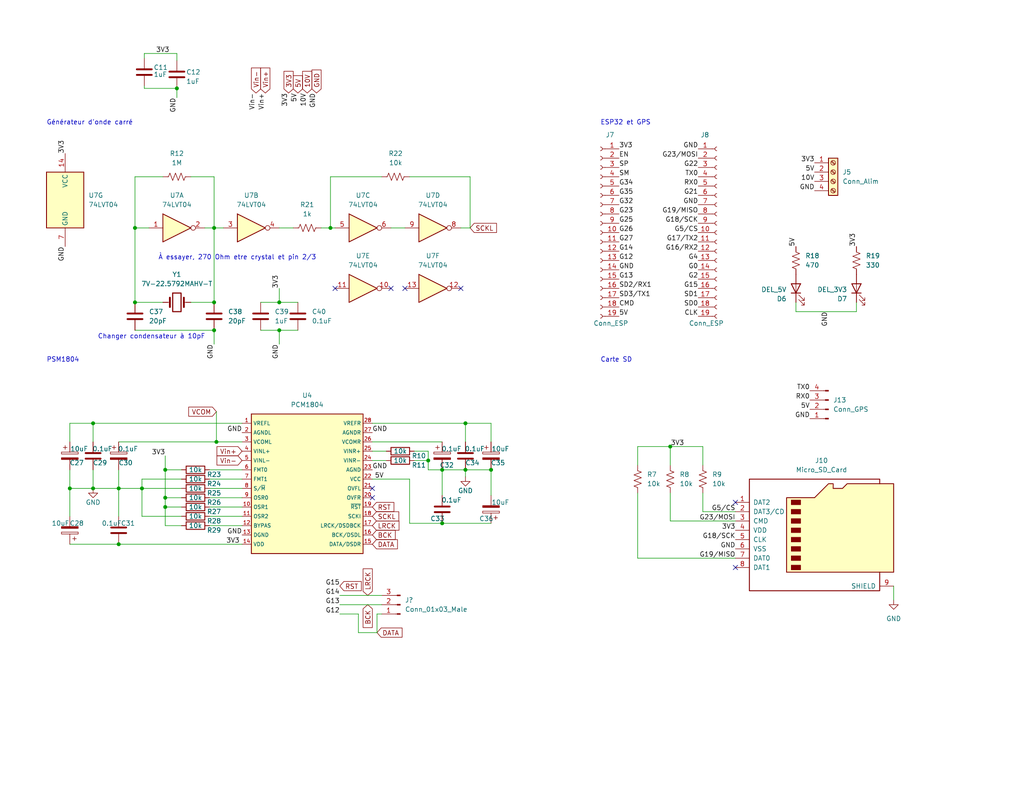
<source format=kicad_sch>
(kicad_sch (version 20211123) (generator eeschema)
  (paper "USLetter")
  (title_block (title "Ecou-Terre_PCB") (date "2023-01-23") (rev "v0") (company "CRIFA") (comment 1 "Eric Gingras") (comment 2 "Jacob Turcotte"))
  (lib_symbols
    (symbol "74xx:74HC04"
      (property "Reference" "U" (at 0 1.27 0))
      (property "Value" "74HC04" (at 0 -1.27 0))
      (symbol "74HC04_1_0"
        (polyline (pts (xy -3.81 3.81) (xy -3.81 -3.81) (xy 3.81 0) (xy -3.81 3.81)) (stroke (width 0.254)) (fill (type background)))
        (pin input line (at -7.62 0 0) (length 3.81) (name "~") (number "1"))
        (pin output inverted (at 7.62 0 180) (length 3.81) (name "~") (number "2"))
      )
      (symbol "74HC04_2_0"
        (polyline (pts (xy -3.81 3.81) (xy -3.81 -3.81) (xy 3.81 0) (xy -3.81 3.81)) (stroke (width 0.254)) (fill (type background)))
        (pin input line (at -7.62 0 0) (length 3.81) (name "~") (number "3"))
        (pin output inverted (at 7.62 0 180) (length 3.81) (name "~") (number "4"))
      )
      (symbol "74HC04_3_0"
        (polyline (pts (xy -3.81 3.81) (xy -3.81 -3.81) (xy 3.81 0) (xy -3.81 3.81)) (stroke (width 0.254)) (fill (type background)))
        (pin input line (at -7.62 0 0) (length 3.81) (name "~") (number "5"))
        (pin output inverted (at 7.62 0 180) (length 3.81) (name "~") (number "6"))
      )
      (symbol "74HC04_4_0"
        (polyline (pts (xy -3.81 3.81) (xy -3.81 -3.81) (xy 3.81 0) (xy -3.81 3.81)) (stroke (width 0.254)) (fill (type background)))
        (pin output inverted (at 7.62 0 180) (length 3.81) (name "~") (number "8"))
        (pin input line (at -7.62 0 0) (length 3.81) (name "~") (number "9"))
      )
      (symbol "74HC04_5_0"
        (polyline (pts (xy -3.81 3.81) (xy -3.81 -3.81) (xy 3.81 0) (xy -3.81 3.81)) (stroke (width 0.254)) (fill (type background)))
        (pin output inverted (at 7.62 0 180) (length 3.81) (name "~") (number "10"))
        (pin input line (at -7.62 0 0) (length 3.81) (name "~") (number "11"))
      )
      (symbol "74HC04_6_0"
        (polyline (pts (xy -3.81 3.81) (xy -3.81 -3.81) (xy 3.81 0) (xy -3.81 3.81)) (stroke (width 0.254)) (fill (type background)))
        (pin output inverted (at 7.62 0 180) (length 3.81) (name "~") (number "12"))
        (pin input line (at -7.62 0 0) (length 3.81) (name "~") (number "13"))
      )
      (symbol "74HC04_7_0"
        (pin power_in line (at 0 12.7 270) (length 5.08) (name "VCC") (number "14"))
        (pin power_in line (at 0 -12.7 90) (length 5.08) (name "GND") (number "7"))
      )
      (symbol "74HC04_7_1"
        (rectangle (start -5.08 7.62) (end 5.08 -7.62) (stroke (width 0.254)) (fill (type background)))
      )
    )
    (symbol "Connector:Conn_01x03_Male" (pin_names (offset 1.016) hide)
      (property "Reference" "J" (at 0 5.08 0))
      (property "Value" "Conn_01x03_Male" (at 0 -5.08 0))
      (symbol "Conn_01x03_Male_1_1"
        (polyline (pts (xy 1.27 -2.54) (xy 0.8636 -2.54)) (stroke (width 0.1524)))
        (polyline (pts (xy 1.27 0) (xy 0.8636 0)) (stroke (width 0.1524)))
        (polyline (pts (xy 1.27 2.54) (xy 0.8636 2.54)) (stroke (width 0.1524)))
        (rectangle (start 0.8636 -2.413) (end 0 -2.667) (stroke (width 0.1524)) (fill (type outline)))
        (rectangle (start 0.8636 0.127) (end 0 -0.127) (stroke (width 0.1524)) (fill (type outline)))
        (rectangle (start 0.8636 2.667) (end 0 2.413) (stroke (width 0.1524)) (fill (type outline)))
        (pin passive line (at 5.08 2.54 180) (length 3.81) (name "Pin_1") (number "1"))
        (pin passive line (at 5.08 0 180) (length 3.81) (name "Pin_2") (number "2"))
        (pin passive line (at 5.08 -2.54 180) (length 3.81) (name "Pin_3") (number "3"))
      )
    )
    (symbol "Connector:Conn_01x04_Male" (pin_names (offset 1.016) hide)
      (property "Reference" "J" (at 0 5.08 0))
      (property "Value" "Conn_01x04_Male" (at 0 -7.62 0))
      (symbol "Conn_01x04_Male_1_1"
        (polyline (pts (xy 1.27 -5.08) (xy 0.8636 -5.08)) (stroke (width 0.1524)))
        (polyline (pts (xy 1.27 -2.54) (xy 0.8636 -2.54)) (stroke (width 0.1524)))
        (polyline (pts (xy 1.27 0) (xy 0.8636 0)) (stroke (width 0.1524)))
        (polyline (pts (xy 1.27 2.54) (xy 0.8636 2.54)) (stroke (width 0.1524)))
        (rectangle (start 0.8636 -4.953) (end 0 -5.207) (stroke (width 0.1524)) (fill (type outline)))
        (rectangle (start 0.8636 -2.413) (end 0 -2.667) (stroke (width 0.1524)) (fill (type outline)))
        (rectangle (start 0.8636 0.127) (end 0 -0.127) (stroke (width 0.1524)) (fill (type outline)))
        (rectangle (start 0.8636 2.667) (end 0 2.413) (stroke (width 0.1524)) (fill (type outline)))
        (pin passive line (at 5.08 2.54 180) (length 3.81) (name "Pin_1") (number "1"))
        (pin passive line (at 5.08 0 180) (length 3.81) (name "Pin_2") (number "2"))
        (pin passive line (at 5.08 -2.54 180) (length 3.81) (name "Pin_3") (number "3"))
        (pin passive line (at 5.08 -5.08 180) (length 3.81) (name "Pin_4") (number "4"))
      )
    )
    (symbol "Connector:Conn_01x19_Female" (pin_names (offset 1.016) hide)
      (property "Reference" "J" (at 0 25.4 0))
      (property "Value" "Conn_01x19_Female" (at 0 -25.4 0))
      (symbol "Conn_01x19_Female_1_1"
        (arc (start 0 -22.352) (mid -0.508 -22.86) (end 0 -23.368) (stroke (width 0.1524)))
        (arc (start 0 -19.812) (mid -0.508 -20.32) (end 0 -20.828) (stroke (width 0.1524)))
        (arc (start 0 -17.272) (mid -0.508 -17.78) (end 0 -18.288) (stroke (width 0.1524)))
        (arc (start 0 -14.732) (mid -0.508 -15.24) (end 0 -15.748) (stroke (width 0.1524)))
        (arc (start 0 -12.192) (mid -0.508 -12.7) (end 0 -13.208) (stroke (width 0.1524)))
        (arc (start 0 -9.652) (mid -0.508 -10.16) (end 0 -10.668) (stroke (width 0.1524)))
        (arc (start 0 -7.112) (mid -0.508 -7.62) (end 0 -8.128) (stroke (width 0.1524)))
        (arc (start 0 -4.572) (mid -0.508 -5.08) (end 0 -5.588) (stroke (width 0.1524)))
        (arc (start 0 -2.032) (mid -0.508 -2.54) (end 0 -3.048) (stroke (width 0.1524)))
        (polyline (pts (xy -1.27 -22.86) (xy -0.508 -22.86)) (stroke (width 0.1524)))
        (polyline (pts (xy -1.27 -20.32) (xy -0.508 -20.32)) (stroke (width 0.1524)))
        (polyline (pts (xy -1.27 -17.78) (xy -0.508 -17.78)) (stroke (width 0.1524)))
        (polyline (pts (xy -1.27 -15.24) (xy -0.508 -15.24)) (stroke (width 0.1524)))
        (polyline (pts (xy -1.27 -12.7) (xy -0.508 -12.7)) (stroke (width 0.1524)))
        (polyline (pts (xy -1.27 -10.16) (xy -0.508 -10.16)) (stroke (width 0.1524)))
        (polyline (pts (xy -1.27 -7.62) (xy -0.508 -7.62)) (stroke (width 0.1524)))
        (polyline (pts (xy -1.27 -5.08) (xy -0.508 -5.08)) (stroke (width 0.1524)))
        (polyline (pts (xy -1.27 -2.54) (xy -0.508 -2.54)) (stroke (width 0.1524)))
        (polyline (pts (xy -1.27 0) (xy -0.508 0)) (stroke (width 0.1524)))
        (polyline (pts (xy -1.27 2.54) (xy -0.508 2.54)) (stroke (width 0.1524)))
        (polyline (pts (xy -1.27 5.08) (xy -0.508 5.08)) (stroke (width 0.1524)))
        (polyline (pts (xy -1.27 7.62) (xy -0.508 7.62)) (stroke (width 0.1524)))
        (polyline (pts (xy -1.27 10.16) (xy -0.508 10.16)) (stroke (width 0.1524)))
        (polyline (pts (xy -1.27 12.7) (xy -0.508 12.7)) (stroke (width 0.1524)))
        (polyline (pts (xy -1.27 15.24) (xy -0.508 15.24)) (stroke (width 0.1524)))
        (polyline (pts (xy -1.27 17.78) (xy -0.508 17.78)) (stroke (width 0.1524)))
        (polyline (pts (xy -1.27 20.32) (xy -0.508 20.32)) (stroke (width 0.1524)))
        (polyline (pts (xy -1.27 22.86) (xy -0.508 22.86)) (stroke (width 0.1524)))
        (arc (start 0 0.508) (mid -0.508 0) (end 0 -0.508) (stroke (width 0.1524)))
        (arc (start 0 3.048) (mid -0.508 2.54) (end 0 2.032) (stroke (width 0.1524)))
        (arc (start 0 5.588) (mid -0.508 5.08) (end 0 4.572) (stroke (width 0.1524)))
        (arc (start 0 8.128) (mid -0.508 7.62) (end 0 7.112) (stroke (width 0.1524)))
        (arc (start 0 10.668) (mid -0.508 10.16) (end 0 9.652) (stroke (width 0.1524)))
        (arc (start 0 13.208) (mid -0.508 12.7) (end 0 12.192) (stroke (width 0.1524)))
        (arc (start 0 15.748) (mid -0.508 15.24) (end 0 14.732) (stroke (width 0.1524)))
        (arc (start 0 18.288) (mid -0.508 17.78) (end 0 17.272) (stroke (width 0.1524)))
        (arc (start 0 20.828) (mid -0.508 20.32) (end 0 19.812) (stroke (width 0.1524)))
        (arc (start 0 23.368) (mid -0.508 22.86) (end 0 22.352) (stroke (width 0.1524)))
        (pin passive line (at -5.08 22.86 0) (length 3.81) (name "Pin_1") (number "1"))
        (pin passive line (at -5.08 0 0) (length 3.81) (name "Pin_10") (number "10"))
        (pin passive line (at -5.08 -2.54 0) (length 3.81) (name "Pin_11") (number "11"))
        (pin passive line (at -5.08 -5.08 0) (length 3.81) (name "Pin_12") (number "12"))
        (pin passive line (at -5.08 -7.62 0) (length 3.81) (name "Pin_13") (number "13"))
        (pin passive line (at -5.08 -10.16 0) (length 3.81) (name "Pin_14") (number "14"))
        (pin passive line (at -5.08 -12.7 0) (length 3.81) (name "Pin_15") (number "15"))
        (pin passive line (at -5.08 -15.24 0) (length 3.81) (name "Pin_16") (number "16"))
        (pin passive line (at -5.08 -17.78 0) (length 3.81) (name "Pin_17") (number "17"))
        (pin passive line (at -5.08 -20.32 0) (length 3.81) (name "Pin_18") (number "18"))
        (pin passive line (at -5.08 -22.86 0) (length 3.81) (name "Pin_19") (number "19"))
        (pin passive line (at -5.08 20.32 0) (length 3.81) (name "Pin_2") (number "2"))
        (pin passive line (at -5.08 17.78 0) (length 3.81) (name "Pin_3") (number "3"))
        (pin passive line (at -5.08 15.24 0) (length 3.81) (name "Pin_4") (number "4"))
        (pin passive line (at -5.08 12.7 0) (length 3.81) (name "Pin_5") (number "5"))
        (pin passive line (at -5.08 10.16 0) (length 3.81) (name "Pin_6") (number "6"))
        (pin passive line (at -5.08 7.62 0) (length 3.81) (name "Pin_7") (number "7"))
        (pin passive line (at -5.08 5.08 0) (length 3.81) (name "Pin_8") (number "8"))
        (pin passive line (at -5.08 2.54 0) (length 3.81) (name "Pin_9") (number "9"))
      )
    )
    (symbol "Connector:Micro_SD_Card" (pin_names (offset 1.016))
      (property "Reference" "J10" (at 0.635 19.05 0))
      (property "Value" "Micro_SD_Card" (at 0.635 16.51 0))
      (symbol "Micro_SD_Card_0_1"
        (rectangle (start -7.62 -9.525) (end -5.08 -10.795) (fill (type outline)))
        (rectangle (start -7.62 -6.985) (end -5.08 -8.255) (fill (type outline)))
        (rectangle (start -7.62 -4.445) (end -5.08 -5.715) (fill (type outline)))
        (rectangle (start -7.62 -1.905) (end -5.08 -3.175) (fill (type outline)))
        (rectangle (start -7.62 0.635) (end -5.08 -0.635) (fill (type outline)))
        (rectangle (start -7.62 3.175) (end -5.08 1.905) (fill (type outline)))
        (rectangle (start -7.62 5.715) (end -5.08 4.445) (fill (type outline)))
        (rectangle (start -7.62 8.255) (end -5.08 6.985) (fill (type outline)))
        (polyline (pts (xy 16.51 12.7) (xy 16.51 13.97) (xy -19.05 13.97) (xy -19.05 -16.51) (xy 16.51 -16.51) (xy 16.51 -11.43)) (stroke (width 0.254)))
        (polyline (pts (xy -8.89 -11.43) (xy -8.89 8.89) (xy -1.27 8.89) (xy 2.54 12.7) (xy 3.81 12.7) (xy 3.81 11.43) (xy 6.35 11.43) (xy 7.62 12.7) (xy 20.32 12.7) (xy 20.32 -11.43) (xy -8.89 -11.43)) (stroke (width 0.254)) (fill (type background)))
      )
      (symbol "Micro_SD_Card_1_1"
        (pin bidirectional line (at -22.86 7.62 0) (length 3.81) (name "DAT2") (number "1"))
        (pin bidirectional line (at -22.86 5.08 0) (length 3.81) (name "DAT3/CD") (number "2"))
        (pin input line (at -22.86 2.54 0) (length 3.81) (name "CMD") (number "3"))
        (pin power_in line (at -22.86 0 0) (length 3.81) (name "VDD") (number "4"))
        (pin input line (at -22.86 -2.54 0) (length 3.81) (name "CLK") (number "5"))
        (pin input line (at -22.86 -5.08 0) (length 3.81) (name "VSS") (number "6"))
        (pin bidirectional line (at -22.86 -7.62 0) (length 3.81) (name "DAT0") (number "7"))
        (pin bidirectional line (at -22.86 -10.16 0) (length 3.81) (name "DAT1") (number "8"))
        (pin passive line (at 20.32 -15.24 180) (length 3.81) (name "SHIELD") (number "9"))
      )
    )
    (symbol "Connector:Screw_Terminal_01x04" (pin_names (offset 1.016) hide)
      (property "Reference" "J" (at 0 5.08 0))
      (property "Value" "Screw_Terminal_01x04" (at 0 -7.62 0))
      (symbol "Screw_Terminal_01x04_1_1"
        (rectangle (start -1.27 3.81) (end 1.27 -6.35) (stroke (width 0.254)) (fill (type background)))
        (circle (center 0 -5.08) (radius 0.635) (stroke (width 0.1524)))
        (circle (center 0 -2.54) (radius 0.635) (stroke (width 0.1524)))
        (polyline (pts (xy -0.5334 -4.7498) (xy 0.3302 -5.588)) (stroke (width 0.1524)))
        (polyline (pts (xy -0.5334 -2.2098) (xy 0.3302 -3.048)) (stroke (width 0.1524)))
        (polyline (pts (xy -0.5334 0.3302) (xy 0.3302 -0.508)) (stroke (width 0.1524)))
        (polyline (pts (xy -0.5334 2.8702) (xy 0.3302 2.032)) (stroke (width 0.1524)))
        (polyline (pts (xy -0.3556 -4.572) (xy 0.508 -5.4102)) (stroke (width 0.1524)))
        (polyline (pts (xy -0.3556 -2.032) (xy 0.508 -2.8702)) (stroke (width 0.1524)))
        (polyline (pts (xy -0.3556 0.508) (xy 0.508 -0.3302)) (stroke (width 0.1524)))
        (polyline (pts (xy -0.3556 3.048) (xy 0.508 2.2098)) (stroke (width 0.1524)))
        (circle (center 0 0) (radius 0.635) (stroke (width 0.1524)))
        (circle (center 0 2.54) (radius 0.635) (stroke (width 0.1524)))
        (pin passive line (at -5.08 2.54 0) (length 3.81) (name "Pin_1") (number "1"))
        (pin passive line (at -5.08 0 0) (length 3.81) (name "Pin_2") (number "2"))
        (pin passive line (at -5.08 -2.54 0) (length 3.81) (name "Pin_3") (number "3"))
        (pin passive line (at -5.08 -5.08 0) (length 3.81) (name "Pin_4") (number "4"))
      )
    )
    (symbol "Device:C" (pin_numbers hide) (pin_names (offset 0.254))
      (property "Reference" "C" (at 0.635 2.54 0))
      (property "Value" "C" (at 0.635 -2.54 0))
      (symbol "C_0_1"
        (polyline (pts (xy -2.032 -0.762) (xy 2.032 -0.762)) (stroke (width 0.508)))
        (polyline (pts (xy -2.032 0.762) (xy 2.032 0.762)) (stroke (width 0.508)))
      )
      (symbol "C_1_1"
        (pin passive line (at 0 3.81 270) (length 2.794) (name "~") (number "1"))
        (pin passive line (at 0 -3.81 90) (length 2.794) (name "~") (number "2"))
      )
    )
    (symbol "Device:C_Polarized" (pin_numbers hide) (pin_names (offset 0.254))
      (property "Reference" "C" (at 0.635 2.54 0))
      (property "Value" "C_Polarized" (at 0.635 -2.54 0))
      (symbol "C_Polarized_0_1"
        (rectangle (start -2.286 0.508) (end 2.286 1.016))
        (polyline (pts (xy -1.778 2.286) (xy -0.762 2.286)))
        (polyline (pts (xy -1.27 2.794) (xy -1.27 1.778)))
        (rectangle (start 2.286 -0.508) (end -2.286 -1.016) (fill (type outline)))
      )
      (symbol "C_Polarized_1_1"
        (pin passive line (at 0 3.81 270) (length 2.794) (name "~") (number "1"))
        (pin passive line (at 0 -3.81 90) (length 2.794) (name "~") (number "2"))
      )
    )
    (symbol "Device:Crystal" (pin_numbers hide) (pin_names (offset 1.016) hide)
      (property "Reference" "Y" (at 0 3.81 0))
      (property "Value" "Crystal" (at 0 -3.81 0))
      (symbol "Crystal_0_1"
        (rectangle (start -1.143 2.54) (end 1.143 -2.54) (stroke (width 0.3048)))
        (polyline (pts (xy -2.54 0) (xy -1.905 0)))
        (polyline (pts (xy -1.905 -1.27) (xy -1.905 1.27)) (stroke (width 0.508)))
        (polyline (pts (xy 1.905 -1.27) (xy 1.905 1.27)) (stroke (width 0.508)))
        (polyline (pts (xy 2.54 0) (xy 1.905 0)))
      )
      (symbol "Crystal_1_1"
        (pin passive line (at -3.81 0 0) (length 1.27) (name "1") (number "1"))
        (pin passive line (at 3.81 0 180) (length 1.27) (name "2") (number "2"))
      )
    )
    (symbol "Device:LED" (pin_numbers hide) (pin_names (offset 1.016) hide)
      (property "Reference" "D" (at 0 2.54 0))
      (property "Value" "LED" (at 0 -2.54 0))
      (symbol "LED_0_1"
        (polyline (pts (xy -1.27 -1.27) (xy -1.27 1.27)) (stroke (width 0.254)))
        (polyline (pts (xy -1.27 0) (xy 1.27 0)))
        (polyline (pts (xy 1.27 -1.27) (xy 1.27 1.27) (xy -1.27 0) (xy 1.27 -1.27)) (stroke (width 0.254)))
        (polyline (pts (xy -3.048 -0.762) (xy -4.572 -2.286) (xy -3.81 -2.286) (xy -4.572 -2.286) (xy -4.572 -1.524)))
        (polyline (pts (xy -1.778 -0.762) (xy -3.302 -2.286) (xy -2.54 -2.286) (xy -3.302 -2.286) (xy -3.302 -1.524)))
      )
      (symbol "LED_1_1"
        (pin passive line (at -3.81 0 0) (length 2.54) (name "K") (number "1"))
        (pin passive line (at 3.81 0 180) (length 2.54) (name "A") (number "2"))
      )
    )
    (symbol "Device:R" (pin_numbers hide) (pin_names (offset 0))
      (property "Reference" "R" (at 2.032 0 90))
      (property "Value" "R" (at 0 0 90))
      (symbol "R_0_1"
        (rectangle (start -1.016 -2.54) (end 1.016 2.54) (stroke (width 0.254)))
      )
      (symbol "R_1_1"
        (pin passive line (at 0 3.81 270) (length 1.27) (name "~") (number "1"))
        (pin passive line (at 0 -3.81 90) (length 1.27) (name "~") (number "2"))
      )
    )
    (symbol "Device:R_US" (pin_numbers hide) (pin_names (offset 0))
      (property "Reference" "R" (at 2.54 0 90))
      (property "Value" "R_US" (at -2.54 0 90))
      (symbol "R_US_0_1"
        (polyline (pts (xy 0 -2.286) (xy 0 -2.54)))
        (polyline (pts (xy 0 2.286) (xy 0 2.54)))
        (polyline (pts (xy 0 -0.762) (xy 1.016 -1.143) (xy 0 -1.524) (xy -1.016 -1.905) (xy 0 -2.286)))
        (polyline (pts (xy 0 0.762) (xy 1.016 0.381) (xy 0 0) (xy -1.016 -0.381) (xy 0 -0.762)))
        (polyline (pts (xy 0 2.286) (xy 1.016 1.905) (xy 0 1.524) (xy -1.016 1.143) (xy 0 0.762)))
      )
      (symbol "R_US_1_1"
        (pin passive line (at 0 3.81 270) (length 1.27) (name "~") (number "1"))
        (pin passive line (at 0 -3.81 90) (length 1.27) (name "~") (number "2"))
      )
    )
    (symbol "PCM1804:PCM1804"
      (property "Reference" "U" (at 0 0 0))
      (property "Value" "PCM1804" (at 0 -40.64 0))
      (symbol "PCM1804_0_0"
        (rectangle (start -15.24 -39.37) (end 15.24 -1.27) (stroke (width 0.254)) (fill (type background)))
        (pin input line (at -17.78 -3.81 0) (length 2.54) (name "VREFL") (number "1"))
        (pin input line (at -17.78 -26.67 0) (length 2.54) (name "OSR1") (number "10"))
        (pin input line (at -17.78 -29.21 0) (length 2.54) (name "OSR2") (number "11"))
        (pin input line (at -17.78 -31.75 0) (length 2.54) (name "BYPAS") (number "12"))
        (pin input line (at -17.78 -34.29 0) (length 2.54) (name "DGND") (number "13"))
        (pin input line (at -17.78 -36.83 0) (length 2.54) (name "VDD") (number "14"))
        (pin output line (at 17.78 -36.83 180) (length 2.54) (name "DATA/DSDR") (number "15"))
        (pin bidirectional line (at 17.78 -34.29 180) (length 2.54) (name "BCK/DSDL") (number "16"))
        (pin bidirectional line (at 17.78 -31.75 180) (length 2.54) (name "LRCK/DSDBCK") (number "17"))
        (pin input line (at 17.78 -29.21 180) (length 2.54) (name "SCKI") (number "18"))
        (pin input line (at 17.78 -26.67 180) (length 2.54) (name "~{RST}") (number "19"))
        (pin input line (at -17.78 -6.35 0) (length 2.54) (name "AGNDL") (number "2"))
        (pin output line (at 17.78 -24.13 180) (length 2.54) (name "OVFR") (number "20"))
        (pin output line (at 17.78 -21.59 180) (length 2.54) (name "OVFL") (number "21"))
        (pin input line (at 17.78 -19.05 180) (length 2.54) (name "VCC") (number "22"))
        (pin input line (at 17.78 -16.51 180) (length 2.54) (name "AGND") (number "23"))
        (pin input line (at 17.78 -13.97 180) (length 2.54) (name "VINR-") (number "24"))
        (pin input line (at 17.78 -11.43 180) (length 2.54) (name "VINR+") (number "25"))
        (pin input line (at 17.78 -8.89 180) (length 2.54) (name "VCOMR") (number "26"))
        (pin input line (at 17.78 -6.35 180) (length 2.54) (name "AGNDR") (number "27"))
        (pin input line (at 17.78 -3.81 180) (length 2.54) (name "VREFR") (number "28"))
        (pin input line (at -17.78 -8.89 0) (length 2.54) (name "VCOML") (number "3"))
        (pin input line (at -17.78 -11.43 0) (length 2.54) (name "VINL+") (number "4"))
        (pin input line (at -17.78 -13.97 0) (length 2.54) (name "VINL-") (number "5"))
        (pin input line (at -17.78 -16.51 0) (length 2.54) (name "FMT0") (number "6"))
        (pin input line (at -17.78 -19.05 0) (length 2.54) (name "FMT1") (number "7"))
        (pin input line (at -17.78 -21.59 0) (length 2.54) (name "S/~{M}") (number "8"))
        (pin input line (at -17.78 -24.13 0) (length 2.54) (name "OSR0") (number "9"))
      )
    )
    (symbol "power:GND" (power) (pin_names (offset 0))
      (property "Value" "GND" (at 0 -3.81 0))
      (symbol "GND_0_1"
        (polyline (pts (xy 0 0) (xy 0 -1.27) (xy 1.27 -1.27) (xy 0 -2.54) (xy -1.27 -1.27) (xy 0 -1.27)))
      )
      (symbol "GND_1_1"
        (pin power_in line (at 0 0 270) (length 0) hide (name "GND") (number "1"))
      )
    )
  )
  (junction (at 38.735 133.35))
  (junction (at 76.2 90.17))
  (junction (at 120.65 128.27))
  (junction (at 45.085 135.89))
  (junction (at 48.26 24.13))
  (junction (at 45.085 128.27))
  (junction (at 58.42 82.55))
  (junction (at 58.42 90.17))
  (junction (at 90.17 62.23))
  (junction (at 133.985 128.27))
  (junction (at 127 115.57))
  (junction (at 120.65 142.875))
  (junction (at 182.88 121.92))
  (junction (at 58.42 62.23))
  (junction (at 36.83 82.55))
  (junction (at 36.83 62.23))
  (junction (at 32.385 148.59))
  (junction (at 59.055 120.65))
  (junction (at 19.05 133.35))
  (junction (at 25.4 115.57))
  (junction (at 25.4 133.35))
  (junction (at 116.84 125.73))
  (junction (at 76.2 82.55))
  (junction (at 32.385 133.35))
  (junction (at 45.085 138.43))
  (junction (at 127 128.27))
  (no_connect (at 200.66 137.16))
  (no_connect (at 200.66 154.94))
  (no_connect (at 101.6 133.35))
  (no_connect (at 91.44 78.74))
  (no_connect (at 106.68 78.74))
  (no_connect (at 125.73 78.74))
  (no_connect (at 110.49 78.74))
  (no_connect (at 101.6 135.89))
  (wire (pts (xy 45.085 138.43) (xy 45.085 143.51)))
  (wire (pts (xy 128.27 48.26) (xy 128.27 62.23)))
  (wire (pts (xy 48.26 14.605) (xy 48.26 16.51)))
  (wire (pts (xy 32.385 128.27) (xy 32.385 133.35)))
  (wire (pts (xy 44.45 48.26) (xy 36.83 48.26)))
  (wire (pts (xy 97.79 172.72) (xy 102.87 172.72)))
  (wire (pts (xy 191.77 127) (xy 191.77 121.92)))
  (wire (pts (xy 39.37 14.605) (xy 39.37 15.875)))
  (wire (pts (xy 120.65 128.27) (xy 116.84 128.27)))
  (wire (pts (xy 32.385 133.35) (xy 25.4 133.35)))
  (wire (pts (xy 120.65 142.875) (xy 133.985 142.875)))
  (wire (pts (xy 57.15 140.97) (xy 66.04 140.97)))
  (wire (pts (xy 102.87 172.72) (xy 102.87 167.64)))
  (wire (pts (xy 45.085 128.27) (xy 49.53 128.27)))
  (wire (pts (xy 55.88 62.23) (xy 58.42 62.23)))
  (wire (pts (xy 233.68 82.55) (xy 233.68 85.09)))
  (wire (pts (xy 101.6 115.57) (xy 127 115.57)))
  (wire (pts (xy 90.17 62.23) (xy 91.44 62.23)))
  (wire (pts (xy 120.65 128.27) (xy 127 128.27)))
  (wire (pts (xy 32.385 120.65) (xy 59.055 120.65)))
  (wire (pts (xy 102.87 167.64) (xy 104.14 167.64)))
  (wire (pts (xy 133.985 128.27) (xy 133.985 135.255)))
  (wire (pts (xy 19.05 148.59) (xy 32.385 148.59)))
  (wire (pts (xy 101.6 130.81) (xy 111.76 130.81)))
  (wire (pts (xy 200.66 152.4) (xy 173.99 152.4)))
  (wire (pts (xy 45.085 143.51) (xy 49.53 143.51)))
  (wire (pts (xy 45.085 135.89) (xy 49.53 135.89)))
  (wire (pts (xy 57.15 128.27) (xy 66.04 128.27)))
  (wire (pts (xy 32.385 133.35) (xy 32.385 140.97)))
  (wire (pts (xy 101.6 120.65) (xy 120.65 120.65)))
  (wire (pts (xy 25.4 115.57) (xy 25.4 120.65)))
  (wire (pts (xy 57.15 138.43) (xy 66.04 138.43)))
  (wire (pts (xy 38.735 140.97) (xy 49.53 140.97)))
  (wire (pts (xy 25.4 128.27) (xy 25.4 133.35)))
  (wire (pts (xy 101.6 123.19) (xy 105.41 123.19)))
  (wire (pts (xy 182.88 127) (xy 182.88 121.92)))
  (wire (pts (xy 19.05 120.65) (xy 19.05 115.57)))
  (wire (pts (xy 128.27 62.23) (xy 125.73 62.23)))
  (wire (pts (xy 133.985 115.57) (xy 127 115.57)))
  (wire (pts (xy 71.12 90.17) (xy 76.2 90.17)))
  (wire (pts (xy 76.2 82.55) (xy 81.28 82.55)))
  (wire (pts (xy 19.05 128.27) (xy 19.05 133.35)))
  (wire (pts (xy 45.085 138.43) (xy 49.53 138.43)))
  (wire (pts (xy 32.385 148.59) (xy 66.04 148.59)))
  (wire (pts (xy 57.15 130.81) (xy 66.04 130.81)))
  (wire (pts (xy 90.17 48.26) (xy 90.17 62.23)))
  (wire (pts (xy 52.07 82.55) (xy 58.42 82.55)))
  (wire (pts (xy 116.84 123.19) (xy 116.84 125.73)))
  (wire (pts (xy 173.99 152.4) (xy 173.99 134.62)))
  (wire (pts (xy 38.735 133.35) (xy 32.385 133.35)))
  (wire (pts (xy 133.985 120.65) (xy 133.985 115.57)))
  (wire (pts (xy 52.07 48.26) (xy 58.42 48.26)))
  (wire (pts (xy 92.71 167.64) (xy 97.79 167.64)))
  (wire (pts (xy 111.76 142.875) (xy 120.65 142.875)))
  (wire (pts (xy 36.83 48.26) (xy 36.83 62.23)))
  (wire (pts (xy 39.37 14.605) (xy 48.26 14.605)))
  (wire (pts (xy 127 128.27) (xy 127 130.175)))
  (wire (pts (xy 45.085 128.27) (xy 45.085 135.89)))
  (wire (pts (xy 173.99 127) (xy 173.99 121.92)))
  (wire (pts (xy 60.96 62.23) (xy 58.42 62.23)))
  (wire (pts (xy 36.83 62.23) (xy 36.83 82.55)))
  (wire (pts (xy 57.15 143.51) (xy 66.04 143.51)))
  (wire (pts (xy 120.65 128.27) (xy 120.65 135.255)))
  (wire (pts (xy 45.085 135.89) (xy 45.085 138.43)))
  (wire (pts (xy 76.2 90.17) (xy 81.28 90.17)))
  (wire (pts (xy 76.2 78.74) (xy 76.2 82.55)))
  (wire (pts (xy 191.77 139.7) (xy 191.77 134.62)))
  (wire (pts (xy 92.71 165.1) (xy 104.14 165.1)))
  (wire (pts (xy 58.42 93.98) (xy 58.42 90.17)))
  (wire (pts (xy 39.37 23.495) (xy 39.37 24.13)))
  (wire (pts (xy 106.68 62.23) (xy 110.49 62.23)))
  (wire (pts (xy 38.735 130.81) (xy 38.735 133.35)))
  (wire (pts (xy 76.2 62.23) (xy 80.01 62.23)))
  (wire (pts (xy 57.15 135.89) (xy 66.04 135.89)))
  (wire (pts (xy 127 128.27) (xy 133.985 128.27)))
  (wire (pts (xy 66.04 115.57) (xy 25.4 115.57)))
  (wire (pts (xy 36.83 90.17) (xy 58.42 90.17)))
  (wire (pts (xy 127 115.57) (xy 127 120.65)))
  (wire (pts (xy 217.17 85.09) (xy 233.68 85.09)))
  (wire (pts (xy 58.42 62.23) (xy 58.42 82.55)))
  (wire (pts (xy 45.085 124.46) (xy 45.085 128.27)))
  (wire (pts (xy 39.37 24.13) (xy 48.26 24.13)))
  (wire (pts (xy 97.79 167.64) (xy 97.79 172.72)))
  (wire (pts (xy 40.64 62.23) (xy 36.83 62.23)))
  (wire (pts (xy 48.26 26.67) (xy 48.26 24.13)))
  (wire (pts (xy 111.76 48.26) (xy 128.27 48.26)))
  (wire (pts (xy 116.84 128.27) (xy 116.84 125.73)))
  (wire (pts (xy 87.63 62.23) (xy 90.17 62.23)))
  (wire (pts (xy 19.05 115.57) (xy 25.4 115.57)))
  (wire (pts (xy 92.71 162.56) (xy 104.14 162.56)))
  (wire (pts (xy 173.99 121.92) (xy 182.88 121.92)))
  (wire (pts (xy 76.2 93.98) (xy 76.2 90.17)))
  (wire (pts (xy 182.88 134.62) (xy 182.88 142.24)))
  (wire (pts (xy 44.45 82.55) (xy 36.83 82.55)))
  (wire (pts (xy 243.84 160.02) (xy 243.84 163.83)))
  (wire (pts (xy 38.735 130.81) (xy 49.53 130.81)))
  (wire (pts (xy 113.03 123.19) (xy 116.84 123.19)))
  (wire (pts (xy 182.88 121.92) (xy 191.77 121.92)))
  (wire (pts (xy 104.14 48.26) (xy 90.17 48.26)))
  (wire (pts (xy 19.05 133.35) (xy 19.05 140.97)))
  (wire (pts (xy 57.15 133.35) (xy 66.04 133.35)))
  (wire (pts (xy 101.6 125.73) (xy 105.41 125.73)))
  (wire (pts (xy 182.88 142.24) (xy 200.66 142.24)))
  (wire (pts (xy 59.055 120.65) (xy 59.055 112.395)))
  (wire (pts (xy 38.735 133.35) (xy 38.735 140.97)))
  (wire (pts (xy 58.42 48.26) (xy 58.42 62.23)))
  (wire (pts (xy 200.66 139.7) (xy 191.77 139.7)))
  (wire (pts (xy 217.17 82.55) (xy 217.17 85.09)))
  (wire (pts (xy 111.76 130.81) (xy 111.76 142.875)))
  (wire (pts (xy 38.735 133.35) (xy 49.53 133.35)))
  (wire (pts (xy 59.055 120.65) (xy 66.04 120.65)))
  (wire (pts (xy 19.05 133.35) (xy 25.4 133.35)))
  (wire (pts (xy 113.03 125.73) (xy 116.84 125.73)))
  (wire (pts (xy 71.12 82.55) (xy 76.2 82.55)))
  (text "ESP32 et GPS\n" (at 163.83 34.29 0) (effects (font (size 1.27 1.27)) (justify left bottom)))
  (text "Changer condensateur à 10pF" (at 26.67 92.71 0) (effects (font (size 1.27 1.27)) (justify left bottom)))
  (text "Générateur d'onde carré\n" (at 12.7 34.29 0) (effects (font (size 1.27 1.27)) (justify left bottom)))
  (text "PSM1804" (at 12.7 99.06 0) (effects (font (size 1.27 1.27)) (justify left bottom)))
  (text "À essayer, 270 Ohm etre crystal et pin 2/3" (at 43.18 71.12 0) (effects (font (size 1.27 1.27)) (justify left bottom)))
  (text "Carte SD\n" (at 163.83 99.06 0) (effects (font (size 1.27 1.27)) (justify left bottom)))
  (label "SD0" (at 190.5 83.82 180))
  (label "G27" (at 168.91 66.04 0))
  (label "SM" (at 168.91 48.26 0))
  (label "Vin-" (at 69.85 25.4 270))
  (label "GND" (at 86.36 25.4 270))
  (label "Vin+" (at 72.39 25.4 270))
  (label "GND" (at 48.26 26.67 270))
  (label "GND" (at 58.42 93.98 270))
  (label "GND" (at 226.06 85.09 270))
  (label "CLK" (at 190.5 86.36 180))
  (label "G2" (at 190.5 76.2 180))
  (label "3V3" (at 186.69 121.92 180))
  (label "SD2{slash}RX1" (at 168.91 78.74 0))
  (label "3V3" (at 65.405 148.59 180))
  (label "EN" (at 168.91 43.18 0))
  (label "G22" (at 190.5 45.72 180))
  (label "3V3" (at 222.25 44.45 180))
  (label "3V3" (at 200.66 144.78 180))
  (label "SP" (at 168.91 45.72 0))
  (label "TX0" (at 190.5 48.26 180))
  (label "3V3" (at 78.74 25.4 270))
  (label "G15" (at 92.71 160.02 180))
  (label "G23{slash}MOSI" (at 200.66 142.24 180))
  (label "GND" (at 101.6 118.11 0))
  (label "GND" (at 190.5 55.88 180))
  (label "GND" (at 17.78 67.31 270))
  (label "CMD" (at 168.91 83.82 0))
  (label "5V" (at 102.235 130.81 0))
  (label "G14" (at 168.91 68.58 0))
  (label "TX0" (at 220.98 106.68 180))
  (label "5V" (at 217.17 67.31 90))
  (label "G18{slash}SCK" (at 190.5 60.96 180))
  (label "G13" (at 168.91 76.2 0))
  (label "G26" (at 168.91 63.5 0))
  (label "G5{slash}CS" (at 190.5 63.5 180))
  (label "GND" (at 66.04 146.05 180))
  (label "G19{slash}MISO" (at 190.5 58.42 180))
  (label "G17{slash}TX2" (at 190.5 66.04 180))
  (label "G21" (at 190.5 53.34 180))
  (label "5V" (at 168.91 86.36 0))
  (label "G25" (at 168.91 60.96 0))
  (label "3V3" (at 76.2 78.74 90))
  (label "G12" (at 168.91 71.12 0))
  (label "G5{slash}CS" (at 200.66 139.7 180))
  (label "GND" (at 222.25 52.07 180))
  (label "G18{slash}SCK" (at 200.66 147.32 180))
  (label "SD1" (at 190.5 81.28 180))
  (label "3V3" (at 45.085 124.46 180))
  (label "GND" (at 76.2 93.98 270))
  (label "G12" (at 92.71 167.64 180))
  (label "G19{slash}MISO" (at 200.66 152.4 180))
  (label "G35" (at 168.91 53.34 0))
  (label "3V3" (at 233.68 67.31 90))
  (label "GND" (at 101.6 128.27 0))
  (label "G14" (at 92.71 162.56 180))
  (label "10V" (at 222.25 49.53 180))
  (label "5V" (at 81.28 25.4 270))
  (label "3V3" (at 168.91 40.64 0))
  (label "RX0" (at 190.5 50.8 180))
  (label "5V" (at 220.98 111.76 180))
  (label "G16{slash}RX2" (at 190.5 68.58 180))
  (label "10V" (at 83.82 25.4 270))
  (label "GND" (at 66.04 118.11 180))
  (label "GND" (at 220.98 114.3 180))
  (label "G34" (at 168.91 50.8 0))
  (label "G23{slash}MOSI" (at 190.5 43.18 180))
  (label "GND" (at 168.91 73.66 0))
  (label "5V" (at 222.25 46.99 180))
  (label "G15" (at 190.5 78.74 180))
  (label "RX0" (at 220.98 109.22 180))
  (label "G0" (at 190.5 73.66 180))
  (label "G4" (at 190.5 71.12 180))
  (label "SD3{slash}TX1" (at 168.91 81.28 0))
  (label "3V3" (at 42.545 14.605 0))
  (label "3V3" (at 17.78 41.91 90))
  (label "G32" (at 168.91 55.88 0))
  (label "GND" (at 190.5 40.64 180))
  (label "G13" (at 92.71 165.1 180))
  (label "G23" (at 168.91 58.42 0))
  (label "GND" (at 200.66 149.86 180))
  (global_label "DATA" (shape input) (at 102.87 172.72 0) (property "Intersheet References" "${INTERSHEET_REFS}" (effects hide)))
  (global_label "Vin+" (shape input) (at 72.39 25.4 90) (property "Intersheet References" "${INTERSHEET_REFS}" (effects hide)))
  (global_label "RST" (shape input) (at 101.6 138.43 0) (property "Intersheet References" "${INTERSHEET_REFS}" (effects hide)))
  (global_label "SCKL" (shape input) (at 128.27 62.23 0) (property "Intersheet References" "${INTERSHEET_REFS}" (effects hide)))
  (global_label "SCKL" (shape input) (at 101.6 140.97 0) (property "Intersheet References" "${INTERSHEET_REFS}" (effects hide)))
  (global_label "GND" (shape input) (at 86.36 25.4 90) (property "Intersheet References" "${INTERSHEET_REFS}" (effects hide)))
  (global_label "3V3" (shape input) (at 78.74 25.4 90) (property "Intersheet References" "${INTERSHEET_REFS}" (effects hide)))
  (global_label "Vin-" (shape input) (at 69.85 25.4 90) (property "Intersheet References" "${INTERSHEET_REFS}" (effects hide)))
  (global_label "LRCK" (shape input) (at 101.6 143.51 0) (property "Intersheet References" "${INTERSHEET_REFS}" (effects hide)))
  (global_label "5V" (shape input) (at 81.28 25.4 90) (property "Intersheet References" "${INTERSHEET_REFS}" (effects hide)))
  (global_label "DATA" (shape input) (at 101.6 148.59 0) (property "Intersheet References" "${INTERSHEET_REFS}" (effects hide)))
  (global_label "10V" (shape input) (at 83.82 25.4 90) (property "Intersheet References" "${INTERSHEET_REFS}" (effects hide)))
  (global_label "LRCK" (shape input) (at 100.33 162.56 90) (property "Intersheet References" "${INTERSHEET_REFS}" (effects hide)))
  (global_label "BCK" (shape input) (at 101.6 146.05 0) (property "Intersheet References" "${INTERSHEET_REFS}" (effects hide)))
  (global_label "BCK" (shape input) (at 100.33 165.1 270) (property "Intersheet References" "${INTERSHEET_REFS}" (effects hide)))
  (global_label "RST" (shape input) (at 92.71 160.02 0) (property "Intersheet References" "${INTERSHEET_REFS}" (effects hide)))
  (global_label "Vin+" (shape input) (at 66.04 123.19 180) (property "Intersheet References" "${INTERSHEET_REFS}" (effects hide)))
  (global_label "Vin-" (shape input) (at 66.04 125.73 180) (property "Intersheet References" "${INTERSHEET_REFS}" (effects hide)))
  (global_label "VCOM" (shape input) (at 59.055 112.395 180) (property "Intersheet References" "${INTERSHEET_REFS}" (effects hide)))
  (symbol (lib_id "Device:C_Polarized") (at 133.985 124.46 0) (unit 1)
    (property "Reference" "C35" (at 135.89 126.365 0))
    (property "Value" "10uF" (at 136.525 122.555 0))
    (property "Footprint" "Capacitor_SMD:C_0805_2012Metric_Pad1.18x1.45mm_HandSolder" (effects hide))
  )
  (symbol (lib_id "Device:C") (at 58.42 86.36 0) (unit 1)
    (property "Reference" "C38" (at 62.23 85.0899 0) (effects (justify left)))
    (property "Value" "20pF" (at 62.23 87.6299 0) (effects (justify left)))
    (property "Footprint" "Capacitor_SMD:C_0805_2012Metric_Pad1.18x1.45mm_HandSolder" (effects hide))
  )
  (symbol (lib_id "Connector:Screw_Terminal_01x04") (at 227.33 46.99 0) (unit 1)
    (property "Reference" "J5" (at 229.87 46.9899 0) (effects (justify left)))
    (property "Value" "Conn_Alim" (at 229.87 49.5299 0) (effects (justify left)))
    (property "Footprint" "TerminalBlock:TerminalBlock_bornier-4_P5.08mm" (effects hide))
  )
  (symbol (lib_id "Connector:Conn_01x19_Female") (at 163.83 63.5 0) (mirror y) (unit 1)
    (property "Reference" "J7" (at 167.64 36.83 0) (effects (justify left)))
    (property "Value" "Conn_ESP" (at 171.45 88.265 0) (effects (justify left)))
    (property "Footprint" "Connector_PinSocket_2.54mm:PinSocket_1x19_P2.54mm_Vertical" (effects hide))
  )
  (symbol (lib_id "Device:C_Polarized") (at 19.05 144.78 180) (unit 1)
    (property "Reference" "C28" (at 20.955 142.875 0))
    (property "Value" "10uF" (at 16.51 142.875 0))
    (property "Footprint" "Capacitor_SMD:C_0805_2012Metric_Pad1.18x1.45mm_HandSolder" (effects hide))
  )
  (symbol (lib_id "Device:R") (at 53.34 143.51 90) (unit 1)
    (property "Reference" "R29" (at 58.42 144.78 90))
    (property "Value" "10k" (at 53.34 143.51 90))
    (property "Footprint" "Resistor_SMD:R_0805_2012Metric_Pad1.20x1.40mm_HandSolder" (effects hide))
  )
  (symbol (lib_id "Device:R") (at 109.22 123.19 90) (unit 1)
    (property "Reference" "R10" (at 114.3 124.46 90))
    (property "Value" "10k" (at 109.22 123.19 90))
    (property "Footprint" "Resistor_SMD:R_0805_2012Metric_Pad1.20x1.40mm_HandSolder" (effects hide))
  )
  (symbol (lib_id "Device:R") (at 53.34 128.27 90) (unit 1)
    (property "Reference" "R23" (at 58.42 129.54 90))
    (property "Value" "10k" (at 53.34 128.27 90))
    (property "Footprint" "Resistor_SMD:R_0805_2012Metric_Pad1.20x1.40mm_HandSolder" (effects hide))
  )
  (symbol (lib_id "74xx:74HC04") (at 99.06 62.23 0) (unit 3)
    (property "Reference" "U7" (at 99.06 53.34 0))
    (property "Value" "74LVT04" (at 99.06 55.88 0))
    (property "Footprint" "Package_SO:SOIC-14_3.9x8.7mm_P1.27mm" (effects hide))
    (property "Datasheet" "https://assets.nexperia.com/documents/data-sheet/74HC_HCT04.pdf" (effects hide))
  )
  (symbol (lib_id "Device:R") (at 53.34 140.97 90) (unit 1)
    (property "Reference" "R28" (at 58.42 142.24 90))
    (property "Value" "10k" (at 53.34 140.97 90))
    (property "Footprint" "Resistor_SMD:R_0805_2012Metric_Pad1.20x1.40mm_HandSolder" (effects hide))
  )
  (symbol (lib_id "74xx:74HC04") (at 118.11 78.74 0) (unit 6)
    (property "Reference" "U7" (at 118.11 69.85 0))
    (property "Value" "74LVT04" (at 118.11 72.39 0))
    (property "Footprint" "Package_SO:SOIC-14_3.9x8.7mm_P1.27mm" (effects hide))
    (property "Datasheet" "https://assets.nexperia.com/documents/data-sheet/74HC_HCT04.pdf" (effects hide))
  )
  (symbol (lib_id "power:GND") (at 127 130.175 0) (unit 1)
    (property "Reference" "#PWR010" (effects hide))
    (property "Value" "GND" (at 127 133.985 0))
  )
  (symbol (lib_id "74xx:74HC04") (at 48.26 62.23 0) (unit 1)
    (property "Reference" "U7" (at 48.26 53.34 0))
    (property "Value" "74LVT04" (at 48.26 55.88 0))
    (property "Footprint" "Package_SO:SOIC-14_3.9x8.7mm_P1.27mm" (effects hide))
    (property "Datasheet" "https://assets.nexperia.com/documents/data-sheet/74HC_HCT04.pdf" (effects hide))
  )
  (symbol (lib_id "Device:C") (at 36.83 86.36 0) (unit 1)
    (property "Reference" "C37" (at 40.64 85.0899 0) (effects (justify left)))
    (property "Value" "20pF" (at 40.64 87.6299 0) (effects (justify left)))
    (property "Footprint" "Capacitor_SMD:C_0805_2012Metric_Pad1.18x1.45mm_HandSolder" (effects hide))
  )
  (symbol (lib_id "Device:LED") (at 233.68 78.74 90) (unit 1)
    (property "Reference" "D7" (at 231.14 81.5976 90) (effects (justify left)))
    (property "Value" "DEL_3V3" (at 231.14 79.0576 90) (effects (justify left)))
    (property "Footprint" "LED_SMD:LED_0805_2012Metric_Pad1.15x1.40mm_HandSolder" (effects hide))
  )
  (symbol (lib_id "74xx:74HC04") (at 68.58 62.23 0) (unit 2)
    (property "Reference" "U7" (at 68.58 53.34 0))
    (property "Value" "74LVT04" (at 68.58 55.88 0))
    (property "Footprint" "Package_SO:SOIC-14_3.9x8.7mm_P1.27mm" (effects hide))
    (property "Datasheet" "https://assets.nexperia.com/documents/data-sheet/74HC_HCT04.pdf" (effects hide))
  )
  (symbol (lib_id "Device:C") (at 25.4 124.46 180) (unit 1)
    (property "Reference" "C29" (at 27.305 126.365 0))
    (property "Value" "0.1uF" (at 27.94 122.555 0))
    (property "Footprint" "Capacitor_SMD:C_0805_2012Metric_Pad1.18x1.45mm_HandSolder" (effects hide))
  )
  (symbol (lib_id "Device:LED") (at 217.17 78.74 90) (unit 1)
    (property "Reference" "D6" (at 214.63 81.5976 90) (effects (justify left)))
    (property "Value" "DEL_5V" (at 214.63 79.0576 90) (effects (justify left)))
    (property "Footprint" "LED_SMD:LED_0805_2012Metric_Pad1.15x1.40mm_HandSolder" (effects hide))
  )
  (symbol (lib_id "Device:C_Polarized") (at 120.65 124.46 0) (unit 1)
    (property "Reference" "C32" (at 121.92 127 0))
    (property "Value" "0.1uF" (at 123.19 122.555 0))
    (property "Footprint" "Capacitor_SMD:C_0805_2012Metric_Pad1.18x1.45mm_HandSolder" (effects hide))
  )
  (symbol (lib_id "Device:R_US") (at 233.68 71.12 0) (unit 1)
    (property "Reference" "R19" (at 236.22 69.8499 0) (effects (justify left)))
    (property "Value" "330" (at 236.22 72.3899 0) (effects (justify left)))
    (property "Footprint" "Resistor_SMD:R_0805_2012Metric_Pad1.20x1.40mm_HandSolder" (effects hide))
  )
  (symbol (lib_id "74xx:74HC04") (at 99.06 78.74 0) (unit 5)
    (property "Reference" "U7" (at 99.06 69.85 0))
    (property "Value" "74LVT04" (at 99.06 72.39 0))
    (property "Footprint" "Package_SO:SOIC-14_3.9x8.7mm_P1.27mm" (effects hide))
    (property "Datasheet" "https://assets.nexperia.com/documents/data-sheet/74HC_HCT04.pdf" (effects hide))
  )
  (symbol (lib_id "Device:R_US") (at 191.77 130.81 0) (unit 1)
    (property "Reference" "R9" (at 194.31 129.5399 0) (effects (justify left)))
    (property "Value" "10k" (at 194.31 132.0799 0) (effects (justify left)))
    (property "Footprint" "Resistor_SMD:R_0805_2012Metric_Pad1.20x1.40mm_HandSolder" (effects hide))
  )
  (symbol (lib_id "Device:Crystal") (at 48.26 82.55 0) (unit 1)
    (property "Reference" "Y1" (at 48.26 74.93 0))
    (property "Value" "7V-22.5792MAHV-T" (at 48.26 77.47 0))
    (property "Footprint" "Crystal:Crystal_SMD_3225-4Pin_3.2x2.5mm" (effects hide))
  )
  (symbol (lib_id "74xx:74HC04") (at 17.78 54.61 0) (unit 7)
    (property "Reference" "U7" (at 24.13 53.3399 0) (effects (justify left)))
    (property "Value" "74LVT04" (at 24.13 55.8799 0) (effects (justify left)))
    (property "Footprint" "Package_SO:SOIC-14_3.9x8.7mm_P1.27mm" (effects hide))
    (property "Datasheet" "https://assets.nexperia.com/documents/data-sheet/74HC_HCT04.pdf" (effects hide))
  )
  (symbol (lib_id "Device:C_Polarized") (at 19.05 124.46 0) (unit 1)
    (property "Reference" "C27" (at 20.955 126.365 0))
    (property "Value" "10uF" (at 21.59 122.555 0))
    (property "Footprint" "Capacitor_SMD:C_0805_2012Metric_Pad1.18x1.45mm_HandSolder" (effects hide))
  )
  (symbol (lib_id "PCM1804:PCM1804") (at 83.82 111.76 0) (unit 1)
    (property "Reference" "U4" (at 83.82 107.95 0))
    (property "Value" "PCM1804" (at 83.82 110.49 0))
    (property "Footprint" "Package_SO:SSOP-28_5.3x10.2mm_P0.65mm" (effects hide))
  )
  (symbol (lib_id "Device:R_US") (at 107.95 48.26 90) (unit 1)
    (property "Reference" "R22" (at 107.95 41.91 90))
    (property "Value" "10k" (at 107.95 44.45 90))
    (property "Footprint" "Resistor_SMD:R_0805_2012Metric_Pad1.20x1.40mm_HandSolder" (effects hide))
  )
  (symbol (lib_id "Device:R_US") (at 217.17 71.12 0) (unit 1)
    (property "Reference" "R18" (at 219.71 69.8499 0) (effects (justify left)))
    (property "Value" "470" (at 219.71 72.3899 0) (effects (justify left)))
    (property "Footprint" "Resistor_SMD:R_0805_2012Metric_Pad1.20x1.40mm_HandSolder" (effects hide))
  )
  (symbol (lib_id "Connector:Micro_SD_Card") (at 223.52 144.78 0) (unit 1)
    (property "Reference" "J10" (at 224.155 125.73 0))
    (property "Value" "Micro_SD_Card" (at 224.155 128.27 0))
    (property "Footprint" "Connector_Card:microSD_HC_Wuerth_693072010801" (effects hide))
    (property "Datasheet" "http://katalog.we-online.de/em/datasheet/693072010801.pdf" (effects hide))
  )
  (symbol (lib_id "Device:R_US") (at 173.99 130.81 0) (unit 1)
    (property "Reference" "R7" (at 176.53 129.5399 0) (effects (justify left)))
    (property "Value" "10k" (at 176.53 132.0799 0) (effects (justify left)))
    (property "Footprint" "Resistor_SMD:R_0805_2012Metric_Pad1.20x1.40mm_HandSolder" (effects hide))
  )
  (symbol (lib_id "Device:R") (at 109.22 125.73 90) (unit 1)
    (property "Reference" "R11" (at 114.3 127 90))
    (property "Value" "10k" (at 109.22 125.73 90))
    (property "Footprint" "Resistor_SMD:R_0805_2012Metric_Pad1.20x1.40mm_HandSolder" (effects hide))
  )
  (symbol (lib_id "Device:R_US") (at 83.82 62.23 90) (unit 1)
    (property "Reference" "R21" (at 83.82 55.88 90))
    (property "Value" "1k" (at 83.82 58.42 90))
    (property "Footprint" "Resistor_SMD:R_0805_2012Metric_Pad1.20x1.40mm_HandSolder" (effects hide))
  )
  (symbol (lib_id "Device:C") (at 39.37 19.685 0) (unit 1)
    (property "Reference" "C11" (at 41.91 18.415 0) (effects (justify left)))
    (property "Value" "1uF" (at 41.91 20.32 0) (effects (justify left)))
    (property "Footprint" "Capacitor_SMD:C_0805_2012Metric_Pad1.18x1.45mm_HandSolder" (effects hide))
  )
  (symbol (lib_id "Device:R_US") (at 182.88 130.81 0) (unit 1)
    (property "Reference" "R8" (at 185.42 129.5399 0) (effects (justify left)))
    (property "Value" "10k" (at 185.42 132.0799 0) (effects (justify left)))
    (property "Footprint" "Resistor_SMD:R_0805_2012Metric_Pad1.20x1.40mm_HandSolder" (effects hide))
  )
  (symbol (lib_id "Device:C_Polarized") (at 32.385 124.46 0) (unit 1)
    (property "Reference" "C30" (at 34.29 126.365 0))
    (property "Value" "0.1uF" (at 34.925 122.555 0))
    (property "Footprint" "Capacitor_SMD:C_0805_2012Metric_Pad1.18x1.45mm_HandSolder" (effects hide))
  )
  (symbol (lib_id "Device:C") (at 48.26 20.32 0) (unit 1)
    (property "Reference" "C12" (at 50.8 19.685 0) (effects (justify left)))
    (property "Value" "1uF" (at 50.8 22.225 0) (effects (justify left)))
    (property "Footprint" "Capacitor_SMD:C_0805_2012Metric_Pad1.18x1.45mm_HandSolder" (effects hide))
  )
  (symbol (lib_id "Device:R") (at 53.34 138.43 90) (unit 1)
    (property "Reference" "R27" (at 58.42 139.7 90))
    (property "Value" "10k" (at 53.34 138.43 90))
    (property "Footprint" "Resistor_SMD:R_0805_2012Metric_Pad1.20x1.40mm_HandSolder" (effects hide))
  )
  (symbol (lib_id "Connector:Conn_01x04_Male") (at 226.06 111.76 180) (unit 1)
    (property "Reference" "J13" (at 227.33 109.2199 0) (effects (justify right)))
    (property "Value" "Conn_GPS" (at 227.33 111.7599 0) (effects (justify right)))
    (property "Footprint" "Connector_PinSocket_2.00mm:PinSocket_1x04_P2.00mm_Vertical" (effects hide))
  )
  (symbol (lib_id "power:GND") (at 243.84 163.83 0) (unit 1)
    (property "Reference" "#PWR09" (effects hide))
    (property "Value" "GND" (at 243.84 168.91 0))
  )
  (symbol (lib_id "74xx:74HC04") (at 118.11 62.23 0) (unit 4)
    (property "Reference" "U7" (at 118.11 53.34 0))
    (property "Value" "74LVT04" (at 118.11 55.88 0))
    (property "Footprint" "Package_SO:SOIC-14_3.9x8.7mm_P1.27mm" (effects hide))
    (property "Datasheet" "https://assets.nexperia.com/documents/data-sheet/74HC_HCT04.pdf" (effects hide))
  )
  (symbol (lib_id "Device:R") (at 53.34 130.81 90) (unit 1)
    (property "Reference" "R24" (at 58.42 132.08 90))
    (property "Value" "10k" (at 53.34 130.81 90))
    (property "Footprint" "Resistor_SMD:R_0805_2012Metric_Pad1.20x1.40mm_HandSolder" (effects hide))
  )
  (symbol (lib_id "Device:C") (at 32.385 144.78 180) (unit 1)
    (property "Reference" "C31" (at 34.925 142.875 0))
    (property "Value" "0.1uF" (at 30.48 142.875 0))
    (property "Footprint" "Capacitor_SMD:C_0805_2012Metric_Pad1.18x1.45mm_HandSolder" (effects hide))
  )
  (symbol (lib_id "Connector:Conn_01x03_Male") (at 109.22 165.1 180) (unit 1)
    (property "Reference" "J?" (at 110.49 163.8299 0) (effects (justify right)))
    (property "Value" "Conn_01x03_Male" (at 110.49 166.3699 0) (effects (justify right)))
    (property "Footprint" "Connector_PinHeader_2.54mm:PinHeader_1x03_P2.54mm_Vertical" (effects hide))
  )
  (symbol (lib_id "Device:C_Polarized") (at 133.985 139.065 180) (unit 1)
    (property "Reference" "C36" (at 132.715 141.605 0))
    (property "Value" "10uF" (at 136.525 137.16 0))
    (property "Footprint" "Capacitor_SMD:C_0805_2012Metric_Pad1.18x1.45mm_HandSolder" (effects hide))
  )
  (symbol (lib_id "Device:R") (at 53.34 135.89 90) (unit 1)
    (property "Reference" "R26" (at 58.42 137.16 90))
    (property "Value" "10k" (at 53.34 135.89 90))
    (property "Footprint" "Resistor_SMD:R_0805_2012Metric_Pad1.20x1.40mm_HandSolder" (effects hide))
  )
  (symbol (lib_id "Device:R_US") (at 48.26 48.26 90) (unit 1)
    (property "Reference" "R12" (at 48.26 41.91 90))
    (property "Value" "1M" (at 48.26 44.45 90))
    (property "Footprint" "Resistor_SMD:R_0805_2012Metric_Pad1.20x1.40mm_HandSolder" (effects hide))
  )
  (symbol (lib_id "Device:C") (at 71.12 86.36 0) (unit 1)
    (property "Reference" "C39" (at 74.93 85.0899 0) (effects (justify left)))
    (property "Value" "1uF" (at 74.93 87.6299 0) (effects (justify left)))
    (property "Footprint" "Capacitor_SMD:C_0805_2012Metric_Pad1.18x1.45mm_HandSolder" (effects hide))
  )
  (symbol (lib_id "Connector:Conn_01x19_Female") (at 195.58 63.5 0) (unit 1)
    (property "Reference" "J8" (at 191.135 36.83 0) (effects (justify left)))
    (property "Value" "Conn_ESP" (at 187.96 88.265 0) (effects (justify left)))
    (property "Footprint" "Connector_PinSocket_2.54mm:PinSocket_1x19_P2.54mm_Vertical" (effects hide))
  )
  (symbol (lib_id "power:GND") (at 25.4 133.35 0) (unit 1)
    (property "Reference" "#PWR01" (effects hide))
    (property "Value" "GND" (at 25.4 137.16 0))
  )
  (symbol (lib_id "Device:C") (at 81.28 86.36 0) (unit 1)
    (property "Reference" "C40" (at 85.09 85.0899 0) (effects (justify left)))
    (property "Value" "0.1uF" (at 85.09 87.6299 0) (effects (justify left)))
    (property "Footprint" "Capacitor_SMD:C_0805_2012Metric_Pad1.18x1.45mm_HandSolder" (effects hide))
  )
  (symbol (lib_id "Device:C") (at 120.65 139.065 180) (unit 1)
    (property "Reference" "C33" (at 119.38 141.605 0))
    (property "Value" "0.1uF" (at 123.19 136.525 0))
    (property "Footprint" "Capacitor_SMD:C_0805_2012Metric_Pad1.18x1.45mm_HandSolder" (effects hide))
  )
  (symbol (lib_id "Device:R") (at 53.34 133.35 90) (unit 1)
    (property "Reference" "R25" (at 58.42 134.62 90))
    (property "Value" "10k" (at 53.34 133.35 90))
    (property "Footprint" "Resistor_SMD:R_0805_2012Metric_Pad1.20x1.40mm_HandSolder" (effects hide))
  )
  (symbol (lib_id "Device:C") (at 127 124.46 180) (unit 1)
    (property "Reference" "C34" (at 128.905 126.365 0))
    (property "Value" "0.1uF" (at 129.54 122.555 0))
    (property "Footprint" "Capacitor_SMD:C_0805_2012Metric_Pad1.18x1.45mm_HandSolder" (effects hide))
  )
)
</source>
